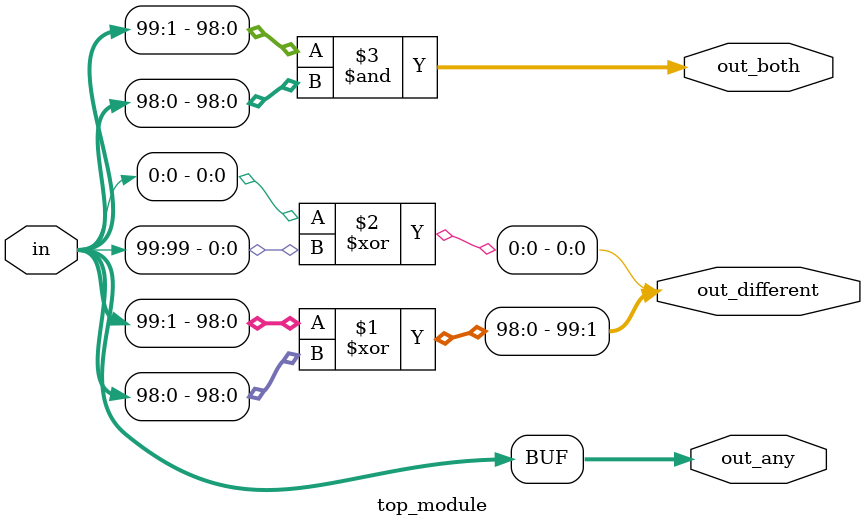
<source format=sv>
module top_module (
    input [99:0] in,
    output [98:0] out_both,
    output [99:0] out_any,
    output [99:0] out_different
);

    assign out_any = in;
    assign out_different[99:1] = in[99:1] ^ in[98:0];
    assign out_different[0] = in[0] ^ in[99];
    assign out_both = in[99:1] & in[98:0];

endmodule

</source>
